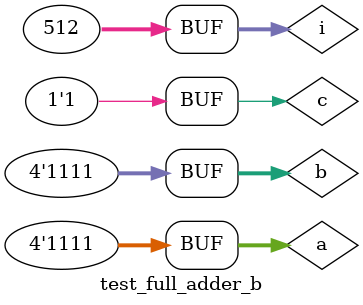
<source format=v>
module test_full_adder_b;
reg [3:0]a,b;
reg c;
wire [3:0]s;
wire ca;
integer i;
full_adder_bit uut(.a(a),.b(b),.c(c),.s(s),.cout(ca));
initial begin
for(i=0;i<512;i=i+1)
begin
{c,a,b}=i;
#20;
end
end
endmodule

</source>
